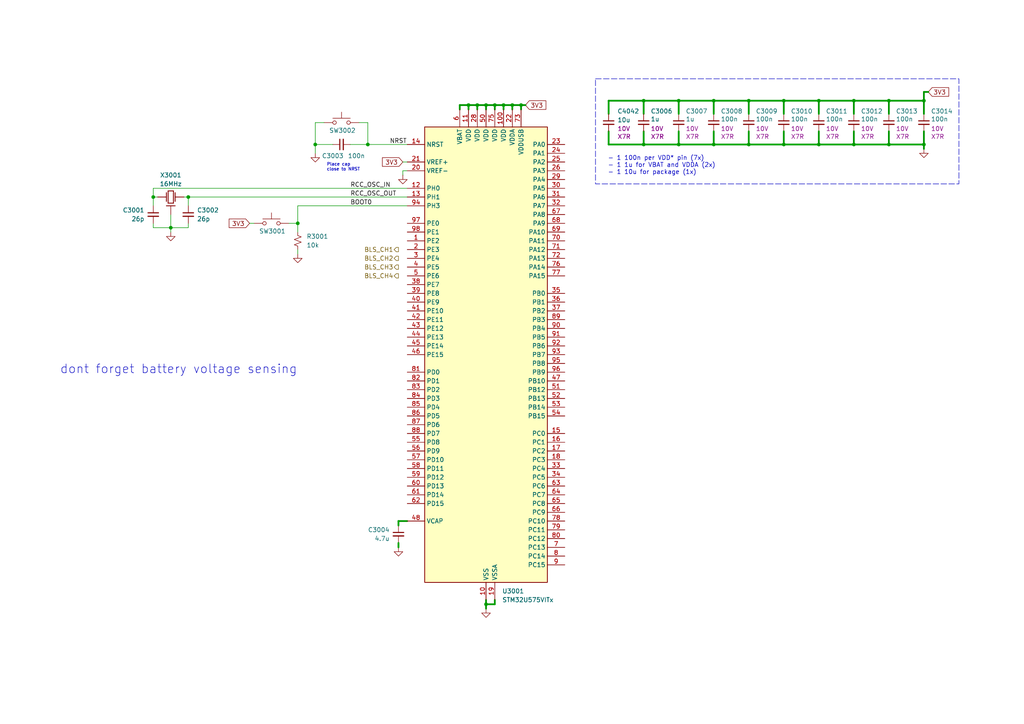
<source format=kicad_sch>
(kicad_sch (version 20250114) (generator "eeschema") (generator_version "9.0")
  (paper "A4")
  (lib_symbols
    (symbol "Device:C_Small" (pin_numbers (hide yes)) (pin_names (offset 0.254) (hide yes))
      (property "Reference" "C" (at 0.254 1.778 0))
      (property "Value" "C_Small" (at 0.254 -2.032 0))
      (symbol "C_Small_0_1"
        (polyline (pts (xy -1.524 0.508) (xy 1.524 0.508)) (stroke (width 0.3048)))
        (polyline (pts (xy -1.524 -0.508) (xy 1.524 -0.508)) (stroke (width 0.3302)))
      )
      (symbol "C_Small_1_1"
        (pin passive line (at 0 2.54 270) (length 2.032) (name "~") (number "1"))
        (pin passive line (at 0 -2.54 90) (length 2.032) (name "~") (number "2"))
      )
    )
    (symbol "Device:R_Small_US" (pin_numbers (hide yes)) (pin_names (offset 0.254) (hide yes))
      (property "Reference" "R" (at 0.762 0.508 0))
      (property "Value" "R_Small_US" (at 0.762 -1.016 0))
      (symbol "R_Small_US_1_1"
        (polyline (pts (xy 0 1.524) (xy 1.016 1.143) (xy 0 0.762) (xy -1.016 0.381) (xy 0 0)))
        (polyline (pts (xy 0 0) (xy 1.016 -0.381) (xy 0 -0.762) (xy -1.016 -1.143) (xy 0 -1.524)))
        (pin passive line (at 0 2.54 270) (length 1.016) (name "~") (number "1"))
        (pin passive line (at 0 -2.54 90) (length 1.016) (name "~") (number "2"))
      )
    )
    (symbol "MCU_ST_STM32U5:STM32U575VITx"
      (property "Reference" "U" (at -17.78 67.31 0))
      (property "Value" "STM32U575VITx" (at 12.7 67.31 0))
      (symbol "STM32U575VITx_0_1"
        (rectangle (start -17.78 -66.04) (end 17.78 66.04) (stroke (width 0.254)) (fill (type background)))
      )
      (symbol "STM32U575VITx_1_1"
        (pin input line (at -22.86 60.96 0) (length 5.08) (name "NRST") (number "14"))
        (pin input line (at -22.86 55.88 0) (length 5.08) (name "VREF+") (number "21"))
        (pin input line (at -22.86 53.34 0) (length 5.08) (name "VREF-") (number "20"))
        (pin bidirectional line (at -22.86 48.26 0) (length 5.08) (name "PH0") (number "12"))
        (pin bidirectional line (at -22.86 45.72 0) (length 5.08) (name "PH1") (number "13"))
        (pin bidirectional line (at -22.86 43.18 0) (length 5.08) (name "PH3") (number "94"))
        (pin bidirectional line (at -22.86 38.1 0) (length 5.08) (name "PE0") (number "97"))
        (pin bidirectional line (at -22.86 35.56 0) (length 5.08) (name "PE1") (number "98"))
        (pin bidirectional line (at -22.86 33.02 0) (length 5.08) (name "PE2") (number "1"))
        (pin bidirectional line (at -22.86 30.48 0) (length 5.08) (name "PE3") (number "2"))
        (pin bidirectional line (at -22.86 27.94 0) (length 5.08) (name "PE4") (number "3"))
        (pin bidirectional line (at -22.86 25.4 0) (length 5.08) (name "PE5") (number "4"))
        (pin bidirectional line (at -22.86 22.86 0) (length 5.08) (name "PE6") (number "5"))
        (pin bidirectional line (at -22.86 20.32 0) (length 5.08) (name "PE7") (number "38"))
        (pin bidirectional line (at -22.86 17.78 0) (length 5.08) (name "PE8") (number "39"))
        (pin bidirectional line (at -22.86 15.24 0) (length 5.08) (name "PE9") (number "40"))
        (pin bidirectional line (at -22.86 12.7 0) (length 5.08) (name "PE10") (number "41"))
        (pin bidirectional line (at -22.86 10.16 0) (length 5.08) (name "PE11") (number "42"))
        (pin bidirectional line (at -22.86 7.62 0) (length 5.08) (name "PE12") (number "43"))
        (pin bidirectional line (at -22.86 5.08 0) (length 5.08) (name "PE13") (number "44"))
        (pin bidirectional line (at -22.86 2.54 0) (length 5.08) (name "PE14") (number "45"))
        (pin bidirectional line (at -22.86 0 0) (length 5.08) (name "PE15") (number "46"))
        (pin bidirectional line (at -22.86 -5.08 0) (length 5.08) (name "PD0") (number "81"))
        (pin bidirectional line (at -22.86 -7.62 0) (length 5.08) (name "PD1") (number "82"))
        (pin bidirectional line (at -22.86 -10.16 0) (length 5.08) (name "PD2") (number "83"))
        (pin bidirectional line (at -22.86 -12.7 0) (length 5.08) (name "PD3") (number "84"))
        (pin bidirectional line (at -22.86 -15.24 0) (length 5.08) (name "PD4") (number "85"))
        (pin bidirectional line (at -22.86 -17.78 0) (length 5.08) (name "PD5") (number "86"))
        (pin bidirectional line (at -22.86 -20.32 0) (length 5.08) (name "PD6") (number "87"))
        (pin bidirectional line (at -22.86 -22.86 0) (length 5.08) (name "PD7") (number "88"))
        (pin bidirectional line (at -22.86 -25.4 0) (length 5.08) (name "PD8") (number "55"))
        (pin bidirectional line (at -22.86 -27.94 0) (length 5.08) (name "PD9") (number "56"))
        (pin bidirectional line (at -22.86 -30.48 0) (length 5.08) (name "PD10") (number "57"))
        (pin bidirectional line (at -22.86 -33.02 0) (length 5.08) (name "PD11") (number "58"))
        (pin bidirectional line (at -22.86 -35.56 0) (length 5.08) (name "PD12") (number "59"))
        (pin bidirectional line (at -22.86 -38.1 0) (length 5.08) (name "PD13") (number "60"))
        (pin bidirectional line (at -22.86 -40.64 0) (length 5.08) (name "PD14") (number "61"))
        (pin bidirectional line (at -22.86 -43.18 0) (length 5.08) (name "PD15") (number "62"))
        (pin power_out line (at -22.86 -48.26 0) (length 5.08) (name "VCAP") (number "48"))
        (pin power_in line (at -7.62 71.12 270) (length 5.08) (name "VBAT") (number "6"))
        (pin power_in line (at -5.08 71.12 270) (length 5.08) (name "VDD") (number "11"))
        (pin power_in line (at -2.54 71.12 270) (length 5.08) (name "VDD") (number "28"))
        (pin power_in line (at 0 71.12 270) (length 5.08) (name "VDD") (number "50"))
        (pin power_in line (at 0 -71.12 90) (length 5.08) (name "VSS") (number "10"))
        (pin passive line (at 0 -71.12 90) (length 5.08) (hide yes) (name "VSS") (number "27"))
        (pin passive line (at 0 -71.12 90) (length 5.08) (hide yes) (name "VSS") (number "49"))
        (pin passive line (at 0 -71.12 90) (length 5.08) (hide yes) (name "VSS") (number "74"))
        (pin passive line (at 0 -71.12 90) (length 5.08) (hide yes) (name "VSS") (number "99"))
        (pin power_in line (at 2.54 71.12 270) (length 5.08) (name "VDD") (number "75"))
        (pin power_in line (at 2.54 -71.12 90) (length 5.08) (name "VSSA") (number "19"))
        (pin power_in line (at 5.08 71.12 270) (length 5.08) (name "VDD") (number "100"))
        (pin power_in line (at 7.62 71.12 270) (length 5.08) (name "VDDA") (number "22"))
        (pin power_in line (at 10.16 71.12 270) (length 5.08) (name "VDDUSB") (number "73"))
        (pin bidirectional line (at 22.86 60.96 180) (length 5.08) (name "PA0") (number "23"))
        (pin bidirectional line (at 22.86 58.42 180) (length 5.08) (name "PA1") (number "24"))
        (pin bidirectional line (at 22.86 55.88 180) (length 5.08) (name "PA2") (number "25"))
        (pin bidirectional line (at 22.86 53.34 180) (length 5.08) (name "PA3") (number "26"))
        (pin bidirectional line (at 22.86 50.8 180) (length 5.08) (name "PA4") (number "29"))
        (pin bidirectional line (at 22.86 48.26 180) (length 5.08) (name "PA5") (number "30"))
        (pin bidirectional line (at 22.86 45.72 180) (length 5.08) (name "PA6") (number "31"))
        (pin bidirectional line (at 22.86 43.18 180) (length 5.08) (name "PA7") (number "32"))
        (pin bidirectional line (at 22.86 40.64 180) (length 5.08) (name "PA8") (number "67"))
        (pin bidirectional line (at 22.86 38.1 180) (length 5.08) (name "PA9") (number "68"))
        (pin bidirectional line (at 22.86 35.56 180) (length 5.08) (name "PA10") (number "69"))
        (pin bidirectional line (at 22.86 33.02 180) (length 5.08) (name "PA11") (number "70"))
        (pin bidirectional line (at 22.86 30.48 180) (length 5.08) (name "PA12") (number "71"))
        (pin bidirectional line (at 22.86 27.94 180) (length 5.08) (name "PA13") (number "72"))
        (pin bidirectional line (at 22.86 25.4 180) (length 5.08) (name "PA14") (number "76"))
        (pin bidirectional line (at 22.86 22.86 180) (length 5.08) (name "PA15") (number "77"))
        (pin bidirectional line (at 22.86 17.78 180) (length 5.08) (name "PB0") (number "35"))
        (pin bidirectional line (at 22.86 15.24 180) (length 5.08) (name "PB1") (number "36"))
        (pin bidirectional line (at 22.86 12.7 180) (length 5.08) (name "PB2") (number "37"))
        (pin bidirectional line (at 22.86 10.16 180) (length 5.08) (name "PB3") (number "89"))
        (pin bidirectional line (at 22.86 7.62 180) (length 5.08) (name "PB4") (number "90"))
        (pin bidirectional line (at 22.86 5.08 180) (length 5.08) (name "PB5") (number "91"))
        (pin bidirectional line (at 22.86 2.54 180) (length 5.08) (name "PB6") (number "92"))
        (pin bidirectional line (at 22.86 0 180) (length 5.08) (name "PB7") (number "93"))
        (pin bidirectional line (at 22.86 -2.54 180) (length 5.08) (name "PB8") (number "95"))
        (pin bidirectional line (at 22.86 -5.08 180) (length 5.08) (name "PB9") (number "96"))
        (pin bidirectional line (at 22.86 -7.62 180) (length 5.08) (name "PB10") (number "47"))
        (pin bidirectional line (at 22.86 -10.16 180) (length 5.08) (name "PB12") (number "51"))
        (pin bidirectional line (at 22.86 -12.7 180) (length 5.08) (name "PB13") (number "52"))
        (pin bidirectional line (at 22.86 -15.24 180) (length 5.08) (name "PB14") (number "53"))
        (pin bidirectional line (at 22.86 -17.78 180) (length 5.08) (name "PB15") (number "54"))
        (pin bidirectional line (at 22.86 -22.86 180) (length 5.08) (name "PC0") (number "15"))
        (pin bidirectional line (at 22.86 -25.4 180) (length 5.08) (name "PC1") (number "16"))
        (pin bidirectional line (at 22.86 -27.94 180) (length 5.08) (name "PC2") (number "17"))
        (pin bidirectional line (at 22.86 -30.48 180) (length 5.08) (name "PC3") (number "18"))
        (pin bidirectional line (at 22.86 -33.02 180) (length 5.08) (name "PC4") (number "33"))
        (pin bidirectional line (at 22.86 -35.56 180) (length 5.08) (name "PC5") (number "34"))
        (pin bidirectional line (at 22.86 -38.1 180) (length 5.08) (name "PC6") (number "63"))
        (pin bidirectional line (at 22.86 -40.64 180) (length 5.08) (name "PC7") (number "64"))
        (pin bidirectional line (at 22.86 -43.18 180) (length 5.08) (name "PC8") (number "65"))
        (pin bidirectional line (at 22.86 -45.72 180) (length 5.08) (name "PC9") (number "66"))
        (pin bidirectional line (at 22.86 -48.26 180) (length 5.08) (name "PC10") (number "78"))
        (pin bidirectional line (at 22.86 -50.8 180) (length 5.08) (name "PC11") (number "79"))
        (pin bidirectional line (at 22.86 -53.34 180) (length 5.08) (name "PC12") (number "80"))
        (pin bidirectional line (at 22.86 -55.88 180) (length 5.08) (name "PC13") (number "7"))
        (pin bidirectional line (at 22.86 -58.42 180) (length 5.08) (name "PC14") (number "8"))
        (pin bidirectional line (at 22.86 -60.96 180) (length 5.08) (name "PC15") (number "9"))
      )
    )
    (symbol "RH100-16.000-18-2030-EXT-TR:RH100-16.000-18-2030-EXT-TR" (pin_numbers (hide yes)) (pin_names (offset 0.254) (hide yes))
      (property "Reference" "X" (at 12.7 4.826 0))
      (property "Value" "hz" (at 12.7 2.286 0))
      (symbol "RH100-16.000-18-2030-EXT-TR_0_1"
        (polyline (pts (xy 11.43 0) (xy 11.43 -2.54)) (stroke (width 0.254)))
        (polyline (pts (xy 11.938 0.508) (xy 11.938 -3.048)) (stroke (width 0.254)))
        (polyline (pts (xy 11.938 -3.048) (xy 13.462 -3.048)) (stroke (width 0.254)))
        (polyline (pts (xy 13.462 0.508) (xy 11.938 0.508)) (stroke (width 0.254)))
        (polyline (pts (xy 13.462 -3.048) (xy 13.462 0.508)) (stroke (width 0.254)))
      )
      (symbol "RH100-16.000-18-2030-EXT-TR_1_1"
        (polyline (pts (xy 11.43 -3.81) (xy 13.97 -3.81)) (stroke (width 0.254)))
        (polyline (pts (xy 13.97 0) (xy 13.97 -2.54)) (stroke (width 0.254)))
        (pin passive line (at 8.89 -1.27 0) (length 2.54) (name "1") (number "1"))
        (pin passive line (at 12.7 -6.35 90) (length 2.54) (hide yes) (name "2") (number "2"))
        (pin passive line (at 12.7 -6.35 90) (length 2.54) (name "4") (number "4"))
        (pin passive line (at 16.51 -1.27 180) (length 2.54) (name "3") (number "3"))
      )
    )
    (symbol "Switch:SW_Push" (pin_numbers (hide yes)) (pin_names (offset 1.016) (hide yes))
      (property "Reference" "SW" (at 1.27 2.54 0))
      (property "Value" "SW_Push" (at 0 -1.524 0))
      (symbol "SW_Push_0_1"
        (circle (center -2.032 0) (radius 0.508))
        (polyline (pts (xy 0 1.27) (xy 0 3.048)))
        (circle (center 2.032 0) (radius 0.508))
        (polyline (pts (xy 2.54 1.27) (xy -2.54 1.27)))
        (pin passive line (at -5.08 0 0) (length 2.54) (name "1") (number "1"))
        (pin passive line (at 5.08 0 180) (length 2.54) (name "2") (number "2"))
      )
    )
    (symbol "power:GND" (power) (pin_numbers (hide yes)) (pin_names (offset 0) (hide yes))
      (property "Value" "GND" (at 0 -3.81 0))
      (symbol "GND_0_1"
        (polyline (pts (xy 0 0) (xy 0 -1.27) (xy 1.27 -1.27) (xy 0 -2.54) (xy -1.27 -1.27) (xy 0 -1.27)))
      )
      (symbol "GND_1_1"
        (pin power_in line (at 0 0 270) (length 0) (name "~") (number "1"))
      )
    )
  )
  (rectangle (start 172.72 22.86) (end 278.13 53.34) (stroke (width 0) (type dash)))
  (text "- 1 100n per VDD* pin (7x)\n- 1 1u for VBAT and VDDA (2x)\n- 1 10u for package (1x)" (at 176.276 48.006 0) (effects (font (size 1.27 1.27)) (justify left)))
  (text "dont forget battery voltage sensing" (at 51.816 107.188 0) (effects (font (size 2.54 2.54))))
  (text "Place cap\nclose to NRST" (at 94.742 48.514 0) (effects (font (size 0.889 0.889)) (justify left)))
  (junction (at 135.89 30.48))
  (junction (at 140.97 175.26))
  (junction (at 237.49 41.91))
  (junction (at 138.43 30.48))
  (junction (at 143.51 30.48))
  (junction (at 54.61 57.15))
  (junction (at 257.81 41.91))
  (junction (at 267.97 41.91))
  (junction (at 247.65 41.91))
  (junction (at 106.68 41.91))
  (junction (at 186.69 41.91))
  (junction (at 146.05 30.48))
  (junction (at 217.17 29.21))
  (junction (at 91.44 41.91))
  (junction (at 196.85 29.21))
  (junction (at 237.49 29.21))
  (junction (at 217.17 41.91))
  (junction (at 257.81 29.21))
  (junction (at 86.36 64.77))
  (junction (at 44.45 57.15))
  (junction (at 207.01 41.91))
  (junction (at 148.59 30.48))
  (junction (at 140.97 30.48))
  (junction (at 227.33 29.21))
  (junction (at 247.65 29.21))
  (junction (at 227.33 41.91))
  (junction (at 151.13 30.48))
  (junction (at 196.85 41.91))
  (junction (at 49.53 66.04))
  (junction (at 186.69 29.21))
  (junction (at 267.97 29.21))
  (junction (at 207.01 29.21))
  (wire (pts (xy 176.53 41.91) (xy 186.69 41.91)) (stroke (width 0.508)))
  (wire (pts (xy 115.57 157.48) (xy 115.57 158.75)) (stroke (width 0.508)))
  (wire (pts (xy 91.44 41.91) (xy 96.52 41.91)))
  (wire (pts (xy 44.45 66.04) (xy 44.45 64.77)))
  (wire (pts (xy 138.43 30.48) (xy 138.43 31.75)) (stroke (width 0.508)))
  (wire (pts (xy 106.68 41.91) (xy 118.11 41.91)))
  (wire (pts (xy 217.17 38.1) (xy 217.17 41.91)) (stroke (width 0.508)))
  (wire (pts (xy 247.65 29.21) (xy 247.65 33.02)) (stroke (width 0.508)))
  (wire (pts (xy 49.53 66.04) (xy 54.61 66.04)))
  (wire (pts (xy 135.89 30.48) (xy 135.89 31.75)) (stroke (width 0.508)))
  (wire (pts (xy 143.51 30.48) (xy 143.51 31.75)) (stroke (width 0.508)))
  (wire (pts (xy 148.59 30.48) (xy 148.59 31.75)) (stroke (width 0.508)))
  (wire (pts (xy 267.97 41.91) (xy 267.97 43.18)) (stroke (width 0.508)))
  (wire (pts (xy 54.61 57.15) (xy 118.11 57.15)))
  (wire (pts (xy 143.51 30.48) (xy 146.05 30.48)) (stroke (width 0.508)))
  (wire (pts (xy 267.97 29.21) (xy 267.97 33.02)) (stroke (width 0.508)))
  (wire (pts (xy 101.6 41.91) (xy 106.68 41.91)))
  (wire (pts (xy 106.68 41.91) (xy 106.68 35.56)))
  (wire (pts (xy 196.85 29.21) (xy 196.85 33.02)) (stroke (width 0.508)))
  (wire (pts (xy 115.57 151.13) (xy 118.11 151.13)) (stroke (width 0.508)))
  (wire (pts (xy 227.33 41.91) (xy 237.49 41.91)) (stroke (width 0.508)))
  (wire (pts (xy 257.81 29.21) (xy 257.81 33.02)) (stroke (width 0.508)))
  (wire (pts (xy 237.49 29.21) (xy 247.65 29.21)) (stroke (width 0.508)))
  (wire (pts (xy 267.97 26.67) (xy 267.97 29.21)) (stroke (width 0.508)))
  (wire (pts (xy 196.85 38.1) (xy 196.85 41.91)) (stroke (width 0.508)))
  (wire (pts (xy 237.49 29.21) (xy 237.49 33.02)) (stroke (width 0.508)))
  (wire (pts (xy 146.05 30.48) (xy 146.05 31.75)) (stroke (width 0.508)))
  (wire (pts (xy 257.81 38.1) (xy 257.81 41.91)) (stroke (width 0.508)))
  (wire (pts (xy 72.39 64.77) (xy 73.66 64.77)))
  (wire (pts (xy 140.97 30.48) (xy 143.51 30.48)) (stroke (width 0.508)))
  (wire (pts (xy 207.01 38.1) (xy 207.01 41.91)) (stroke (width 0.508)))
  (wire (pts (xy 217.17 29.21) (xy 217.17 33.02)) (stroke (width 0.508)))
  (wire (pts (xy 116.84 46.99) (xy 118.11 46.99)))
  (wire (pts (xy 44.45 66.04) (xy 49.53 66.04)))
  (wire (pts (xy 186.69 29.21) (xy 186.69 33.02)) (stroke (width 0.508)))
  (wire (pts (xy 267.97 38.1) (xy 267.97 41.91)) (stroke (width 0.508)))
  (wire (pts (xy 91.44 44.45) (xy 91.44 41.91)))
  (wire (pts (xy 86.36 59.69) (xy 118.11 59.69)))
  (wire (pts (xy 217.17 41.91) (xy 227.33 41.91)) (stroke (width 0.508)))
  (wire (pts (xy 140.97 30.48) (xy 140.97 31.75)) (stroke (width 0.508)))
  (wire (pts (xy 227.33 38.1) (xy 227.33 41.91)) (stroke (width 0.508)))
  (wire (pts (xy 138.43 30.48) (xy 140.97 30.48)) (stroke (width 0.508)))
  (wire (pts (xy 44.45 54.61) (xy 44.45 57.15)))
  (wire (pts (xy 143.51 173.99) (xy 143.51 175.26)) (stroke (width 0.508)))
  (wire (pts (xy 237.49 38.1) (xy 237.49 41.91)) (stroke (width 0.508)))
  (wire (pts (xy 53.34 57.15) (xy 54.61 57.15)))
  (wire (pts (xy 115.57 152.4) (xy 115.57 151.13)) (stroke (width 0.508)))
  (wire (pts (xy 44.45 57.15) (xy 45.72 57.15)))
  (wire (pts (xy 86.36 64.77) (xy 86.36 67.31)))
  (wire (pts (xy 140.97 173.99) (xy 140.97 175.26)) (stroke (width 0.508)))
  (wire (pts (xy 118.11 49.53) (xy 116.84 49.53)))
  (wire (pts (xy 247.65 29.21) (xy 257.81 29.21)) (stroke (width 0.508)))
  (wire (pts (xy 227.33 29.21) (xy 237.49 29.21)) (stroke (width 0.508)))
  (wire (pts (xy 257.81 29.21) (xy 267.97 29.21)) (stroke (width 0.508)))
  (wire (pts (xy 196.85 29.21) (xy 207.01 29.21)) (stroke (width 0.508)))
  (wire (pts (xy 186.69 38.1) (xy 186.69 41.91)) (stroke (width 0.508)))
  (wire (pts (xy 83.82 64.77) (xy 86.36 64.77)))
  (wire (pts (xy 186.69 29.21) (xy 196.85 29.21)) (stroke (width 0.508)))
  (wire (pts (xy 176.53 38.1) (xy 176.53 41.91)) (stroke (width 0.508)))
  (wire (pts (xy 176.53 29.21) (xy 186.69 29.21)) (stroke (width 0.508)))
  (wire (pts (xy 44.45 54.61) (xy 118.11 54.61)))
  (wire (pts (xy 146.05 30.48) (xy 148.59 30.48)) (stroke (width 0.508)))
  (wire (pts (xy 44.45 57.15) (xy 44.45 59.69)))
  (wire (pts (xy 269.24 26.67) (xy 267.97 26.67)) (stroke (width 0.508)))
  (wire (pts (xy 176.53 29.21) (xy 176.53 33.02)) (stroke (width 0.508)))
  (wire (pts (xy 135.89 30.48) (xy 138.43 30.48)) (stroke (width 0.508)))
  (wire (pts (xy 106.68 35.56) (xy 104.14 35.56)))
  (wire (pts (xy 86.36 59.69) (xy 86.36 64.77)))
  (wire (pts (xy 116.84 49.53) (xy 116.84 50.8)))
  (wire (pts (xy 186.69 41.91) (xy 196.85 41.91)) (stroke (width 0.508)))
  (wire (pts (xy 217.17 29.21) (xy 227.33 29.21)) (stroke (width 0.508)))
  (wire (pts (xy 247.65 38.1) (xy 247.65 41.91)) (stroke (width 0.508)))
  (wire (pts (xy 86.36 72.39) (xy 86.36 73.66)))
  (wire (pts (xy 140.97 175.26) (xy 140.97 176.53)) (stroke (width 0.508)))
  (wire (pts (xy 207.01 41.91) (xy 217.17 41.91)) (stroke (width 0.508)))
  (wire (pts (xy 207.01 29.21) (xy 217.17 29.21)) (stroke (width 0.508)))
  (wire (pts (xy 237.49 41.91) (xy 247.65 41.91)) (stroke (width 0.508)))
  (wire (pts (xy 152.4 30.48) (xy 151.13 30.48)) (stroke (width 0.508)))
  (wire (pts (xy 257.81 41.91) (xy 267.97 41.91)) (stroke (width 0.508)))
  (wire (pts (xy 49.53 66.04) (xy 49.53 67.31)))
  (wire (pts (xy 49.53 62.23) (xy 49.53 66.04)))
  (wire (pts (xy 151.13 30.48) (xy 151.13 31.75)) (stroke (width 0.508)))
  (wire (pts (xy 143.51 175.26) (xy 140.97 175.26)) (stroke (width 0.508)))
  (wire (pts (xy 148.59 30.48) (xy 151.13 30.48)) (stroke (width 0.508)))
  (wire (pts (xy 133.35 31.75) (xy 133.35 30.48)) (stroke (width 0.508)))
  (wire (pts (xy 207.01 29.21) (xy 207.01 33.02)) (stroke (width 0.508)))
  (wire (pts (xy 54.61 57.15) (xy 54.61 59.69)))
  (wire (pts (xy 54.61 64.77) (xy 54.61 66.04)))
  (wire (pts (xy 196.85 41.91) (xy 207.01 41.91)) (stroke (width 0.508)))
  (wire (pts (xy 91.44 35.56) (xy 93.98 35.56)))
  (wire (pts (xy 133.35 30.48) (xy 135.89 30.48)) (stroke (width 0.508)))
  (wire (pts (xy 257.81 41.91) (xy 247.65 41.91)) (stroke (width 0.508)))
  (wire (pts (xy 227.33 29.21) (xy 227.33 33.02)) (stroke (width 0.508)))
  (wire (pts (xy 91.44 41.91) (xy 91.44 35.56)))
  (label "RCC_OSC_OUT" (at 101.6 57.15 0))
  (label "RCC_OSC_IN" (at 101.6 54.61 0))
  (label "BOOT0" (at 101.6 59.69 0))
  (label "NRST" (at 113.03 41.91 0))
  (global_label "3V3" (shape input) (at 269.24 26.67 0) (property "Intersheetrefs" "${INTERSHEET_REFS}" (effects (hide yes))))
  (global_label "3V3" (shape input) (at 72.39 64.77 180) (property "Intersheetrefs" "${INTERSHEET_REFS}" (effects (hide yes))))
  (global_label "3V3" (shape input) (at 116.84 46.99 180) (property "Intersheetrefs" "${INTERSHEET_REFS}" (effects (hide yes))))
  (global_label "3V3" (shape input) (at 152.4 30.48 0) (property "Intersheetrefs" "${INTERSHEET_REFS}" (effects (hide yes))))
  (hierarchical_label "BLS_CH3" (shape output) (at 115.57 77.47 180))
  (hierarchical_label "BLS_CH4" (shape output) (at 115.57 80.01 180))
  (hierarchical_label "BLS_CH1" (shape output) (at 115.57 72.39 180))
  (hierarchical_label "BLS_CH2" (shape output) (at 115.57 74.93 180))
  (symbol (lib_id "Device:C_Small") (at 207.01 35.56 0) (unit 1)
    (property "Reference" "C3008" (at 209.042 32.258 0) (effects (justify left)))
    (property "Value" "100n" (at 209.042 34.544 0) (effects (justify left)))
    (property "Description" "Unpolarized capacitor, small symbol" (effects (hide yes)))
    (property "TCC" "X7R" (at 209.042 39.624 0) (effects (justify left)))
    (property "Voltage" "10V" (at 209.042 37.338 0) (effects (justify left)))
  )
  (symbol (lib_id "Device:C_Small") (at 227.33 35.56 0) (unit 1)
    (property "Reference" "C3010" (at 229.362 32.258 0) (effects (justify left)))
    (property "Value" "100n" (at 229.362 34.544 0) (effects (justify left)))
    (property "Description" "Unpolarized capacitor, small symbol" (effects (hide yes)))
    (property "TCC" "X7R" (at 229.362 39.624 0) (effects (justify left)))
    (property "Voltage" "10V" (at 229.362 37.338 0) (effects (justify left)))
  )
  (symbol (lib_id "Device:C_Small") (at 115.57 154.94 0) (mirror y) (unit 1)
    (property "Reference" "C3004" (at 113.03 153.6762 0) (effects (justify left)))
    (property "Value" "4.7u" (at 113.03 156.2162 0) (effects (justify left)))
    (property "Description" "Unpolarized capacitor, small symbol" (effects (hide yes)))
  )
  (symbol (lib_id "Device:C_Small") (at 54.61 62.23 0) (unit 1)
    (property "Reference" "C3002" (at 57.15 60.9662 0) (effects (justify left)))
    (property "Value" "26p" (at 57.15 63.5062 0) (effects (justify left)))
    (property "Description" "Unpolarized capacitor, small symbol" (effects (hide yes)))
  )
  (symbol (lib_id "Switch:SW_Push") (at 78.74 64.77 0) (unit 1)
    (property "Reference" "SW3001" (at 78.994 67.056 0))
    (property "Value" "SW_Push" (effects (hide yes)))
    (property "Description" "Push button switch, generic, two pins" (effects (hide yes)))
  )
  (symbol (lib_id "power:GND") (at 267.97 43.18 0) (unit 1)
    (property "Reference" "#PWR03007" (effects (hide yes)))
    (property "Value" "GND" (effects (hide yes)))
    (property "Description" "Power symbol creates a global label with name \"GND\" , ground" (effects (hide yes)))
  )
  (symbol (lib_id "MCU_ST_STM32U5:STM32U575VITx") (at 140.97 102.87 0) (unit 1)
    (property "Reference" "U3001" (at 145.6533 171.45 0) (effects (justify left)))
    (property "Value" "STM32U575VITx" (at 145.6533 173.99 0) (effects (justify left)))
    (property "Footprint" "Package_QFP:LQFP-100_14x14mm_P0.5mm" (effects (hide yes)))
    (property "Datasheet" "https://www.st.com/resource/en/datasheet/stm32u575vi.pdf" (effects (hide yes)))
    (property "Description" "STMicroelectronics Arm Cortex-M33 MCU, 2048KB flash, 786KB RAM, 160 MHz, 1.71-3.6V, 82 GPIO, LQFP100" (effects (hide yes)))
  )
  (symbol (lib_id "Device:C_Small") (at 217.17 35.56 0) (unit 1)
    (property "Reference" "C3009" (at 219.202 32.258 0) (effects (justify left)))
    (property "Value" "100n" (at 219.202 34.544 0) (effects (justify left)))
    (property "Description" "Unpolarized capacitor, small symbol" (effects (hide yes)))
    (property "TCC" "X7R" (at 219.202 39.624 0) (effects (justify left)))
    (property "Voltage" "10V" (at 219.202 37.338 0) (effects (justify left)))
  )
  (symbol (lib_id "Switch:SW_Push") (at 99.06 35.56 0) (unit 1)
    (property "Reference" "SW3002" (at 99.314 37.846 0))
    (property "Value" "SW_Push" (effects (hide yes)))
    (property "Description" "Push button switch, generic, two pins" (effects (hide yes)))
  )
  (symbol (lib_id "Device:C_Small") (at 186.69 35.56 0) (unit 1)
    (property "Reference" "C3006" (at 188.722 32.258 0) (effects (justify left)))
    (property "Value" "1u" (at 188.722 34.544 0) (effects (justify left)))
    (property "Description" "Unpolarized capacitor, small symbol" (effects (hide yes)))
    (property "TCC" "X7R" (at 188.722 39.624 0) (effects (justify left)))
    (property "Voltage" "10V" (at 188.722 37.338 0) (effects (justify left)))
  )
  (symbol (lib_id "Device:C_Small") (at 247.65 35.56 0) (unit 1)
    (property "Reference" "C3012" (at 249.682 32.258 0) (effects (justify left)))
    (property "Value" "100n" (at 249.682 34.544 0) (effects (justify left)))
    (property "Description" "Unpolarized capacitor, small symbol" (effects (hide yes)))
    (property "TCC" "X7R" (at 249.682 39.624 0) (effects (justify left)))
    (property "Voltage" "10V" (at 249.682 37.338 0) (effects (justify left)))
  )
  (symbol (lib_id "Device:C_Small") (at 196.85 35.56 0) (unit 1)
    (property "Reference" "C3007" (at 198.882 32.258 0) (effects (justify left)))
    (property "Value" "1u" (at 198.882 34.544 0) (effects (justify left)))
    (property "Description" "Unpolarized capacitor, small symbol" (effects (hide yes)))
    (property "TCC" "X7R" (at 198.882 39.624 0) (effects (justify left)))
    (property "Voltage" "10V" (at 198.882 37.338 0) (effects (justify left)))
  )
  (symbol (lib_id "power:GND") (at 91.44 44.45 0) (unit 1)
    (property "Reference" "#PWR03003" (effects (hide yes)))
    (property "Value" "GND" (effects (hide yes)))
    (property "Description" "Power symbol creates a global label with name \"GND\" , ground" (effects (hide yes)))
  )
  (symbol (lib_id "Device:R_Small_US") (at 86.36 69.85 0) (unit 1)
    (property "Reference" "R3001" (at 88.9 68.5799 0) (effects (justify left)))
    (property "Value" "10k" (at 88.9 71.1199 0) (effects (justify left)))
    (property "Description" "Resistor, small US symbol" (effects (hide yes)))
  )
  (symbol (lib_id "Device:C_Small") (at 237.49 35.56 0) (unit 1)
    (property "Reference" "C3011" (at 239.522 32.258 0) (effects (justify left)))
    (property "Value" "100n" (at 239.522 34.544 0) (effects (justify left)))
    (property "Description" "Unpolarized capacitor, small symbol" (effects (hide yes)))
    (property "TCC" "X7R" (at 239.522 39.624 0) (effects (justify left)))
    (property "Voltage" "10V" (at 239.522 37.338 0) (effects (justify left)))
  )
  (symbol (lib_id "power:GND") (at 116.84 50.8 0) (unit 1)
    (property "Reference" "#PWR03005" (effects (hide yes)))
    (property "Value" "GND" (effects (hide yes)))
    (property "Description" "Power symbol creates a global label with name \"GND\" , ground" (effects (hide yes)))
  )
  (symbol (lib_id "Device:C_Small") (at 99.06 41.91 90) (mirror x) (unit 1)
    (property "Reference" "C3003" (at 96.52 45.212 90))
    (property "Value" "100n" (at 103.378 45.212 90))
    (property "Description" "Unpolarized capacitor, small symbol" (effects (hide yes)))
  )
  (symbol (lib_id "power:GND") (at 140.97 176.53 0) (unit 1)
    (property "Reference" "#PWR03006" (effects (hide yes)))
    (property "Value" "GND" (effects (hide yes)))
    (property "Description" "Power symbol creates a global label with name \"GND\" , ground" (effects (hide yes)))
  )
  (symbol (lib_id "RH100-16.000-18-2030-EXT-TR:RH100-16.000-18-2030-EXT-TR") (at 36.83 55.88 0) (unit 1)
    (property "Reference" "X3001" (at 49.53 50.8 0))
    (property "Value" "16MHz" (at 49.53 53.34 0))
    (property "Footprint" "RH100-16.000-18-2030-EXT-TR_RAL" (effects (hide yes)))
    (property "Datasheet" "RH100-16.000-18-2030-EXT-TR" (effects (hide yes)))
  )
  (symbol (lib_id "Device:C_Small") (at 176.53 35.56 0) (unit 1)
    (property "Reference" "C4042" (at 179.07 32.258 0) (effects (justify left)))
    (property "Value" "10u" (at 179.07 34.798 0) (effects (justify left)))
    (property "Description" "Unpolarized capacitor, small symbol" (effects (hide yes)))
    (property "TCC" "X7R" (at 179.07 39.624 0) (effects (justify left)))
    (property "Voltage" "10V" (at 179.07 37.338 0) (effects (justify left)))
  )
  (symbol (lib_id "Device:C_Small") (at 267.97 35.56 0) (unit 1)
    (property "Reference" "C3014" (at 270.002 32.258 0) (effects (justify left)))
    (property "Value" "100n" (at 270.002 34.544 0) (effects (justify left)))
    (property "Description" "Unpolarized capacitor, small symbol" (effects (hide yes)))
    (property "TCC" "X7R" (at 270.002 39.624 0) (effects (justify left)))
    (property "Voltage" "10V" (at 270.002 37.338 0) (effects (justify left)))
  )
  (symbol (lib_id "Device:C_Small") (at 44.45 62.23 0) (mirror y) (unit 1)
    (property "Reference" "C3001" (at 41.91 60.9662 0) (effects (justify left)))
    (property "Value" "26p" (at 41.91 63.5062 0) (effects (justify left)))
    (property "Description" "Unpolarized capacitor, small symbol" (effects (hide yes)))
  )
  (symbol (lib_id "power:GND") (at 49.53 67.31 0) (unit 1)
    (property "Reference" "#PWR03001" (effects (hide yes)))
    (property "Value" "GND" (effects (hide yes)))
    (property "Description" "Power symbol creates a global label with name \"GND\" , ground" (effects (hide yes)))
  )
  (symbol (lib_id "power:GND") (at 86.36 73.66 0) (unit 1)
    (property "Reference" "#PWR03002" (effects (hide yes)))
    (property "Value" "GND" (effects (hide yes)))
    (property "Description" "Power symbol creates a global label with name \"GND\" , ground" (effects (hide yes)))
  )
  (symbol (lib_id "Device:C_Small") (at 257.81 35.56 0) (unit 1)
    (property "Reference" "C3013" (at 259.842 32.258 0) (effects (justify left)))
    (property "Value" "100n" (at 259.842 34.544 0) (effects (justify left)))
    (property "Description" "Unpolarized capacitor, small symbol" (effects (hide yes)))
    (property "TCC" "X7R" (at 259.842 39.624 0) (effects (justify left)))
    (property "Voltage" "10V" (at 259.842 37.338 0) (effects (justify left)))
  )
  (symbol (lib_id "power:GND") (at 115.57 158.75 0) (unit 1)
    (property "Reference" "#PWR03004" (effects (hide yes)))
    (property "Value" "GND" (effects (hide yes)))
    (property "Description" "Power symbol creates a global label with name \"GND\" , ground" (effects (hide yes)))
  )
)
</source>
